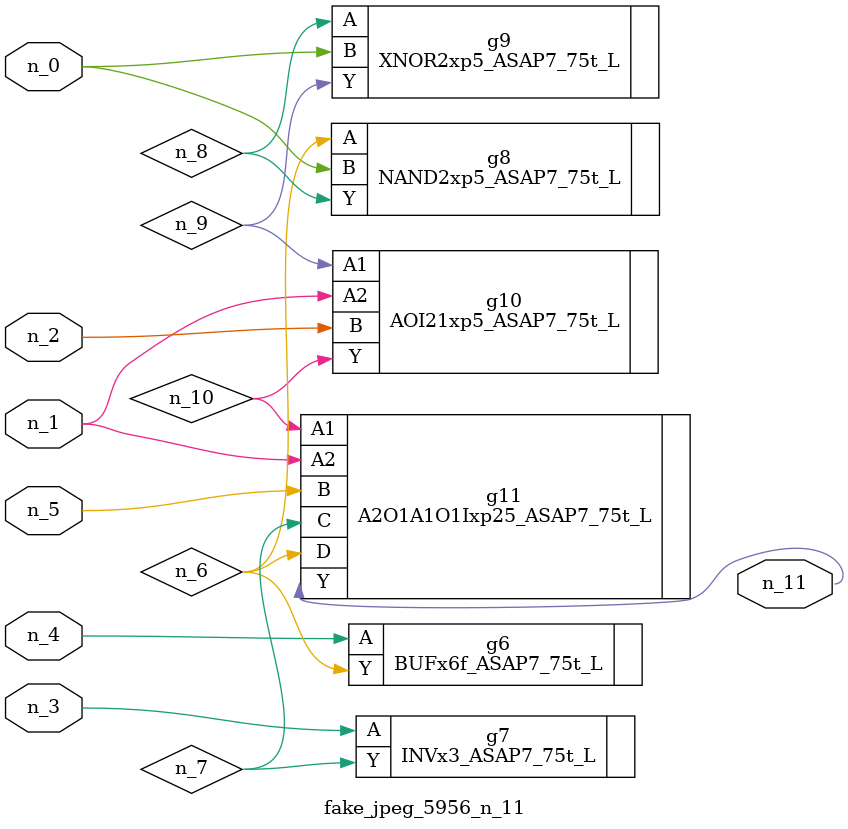
<source format=v>
module fake_jpeg_5956_n_11 (n_3, n_2, n_1, n_0, n_4, n_5, n_11);

input n_3;
input n_2;
input n_1;
input n_0;
input n_4;
input n_5;

output n_11;

wire n_10;
wire n_8;
wire n_9;
wire n_6;
wire n_7;

BUFx6f_ASAP7_75t_L g6 ( 
.A(n_4),
.Y(n_6)
);

INVx3_ASAP7_75t_L g7 ( 
.A(n_3),
.Y(n_7)
);

NAND2xp5_ASAP7_75t_L g8 ( 
.A(n_6),
.B(n_0),
.Y(n_8)
);

XNOR2xp5_ASAP7_75t_L g9 ( 
.A(n_8),
.B(n_0),
.Y(n_9)
);

AOI21xp5_ASAP7_75t_L g10 ( 
.A1(n_9),
.A2(n_1),
.B(n_2),
.Y(n_10)
);

A2O1A1O1Ixp25_ASAP7_75t_L g11 ( 
.A1(n_10),
.A2(n_1),
.B(n_5),
.C(n_7),
.D(n_6),
.Y(n_11)
);


endmodule
</source>
